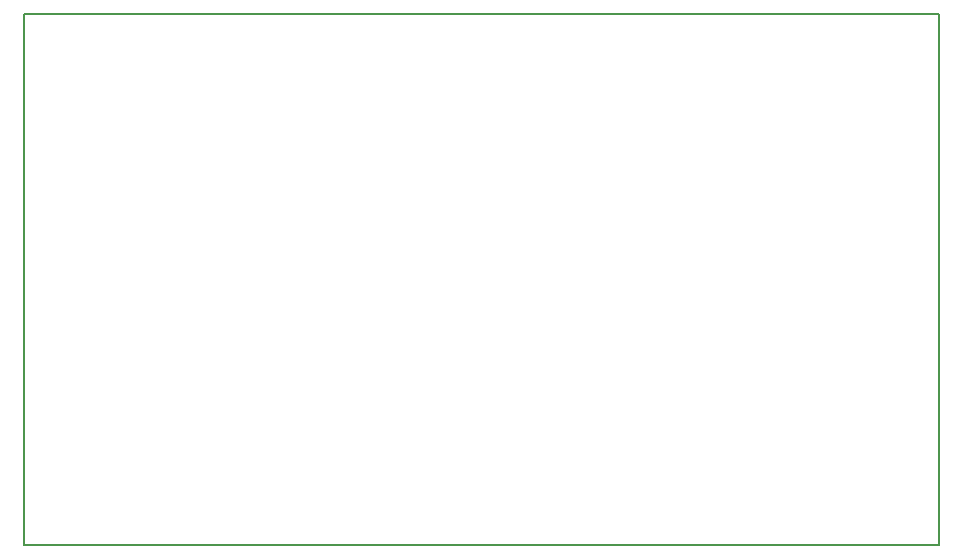
<source format=gbr>
%TF.GenerationSoftware,KiCad,Pcbnew,9.0.2*%
%TF.CreationDate,2025-06-29T15:05:13-04:00*%
%TF.ProjectId,Kicadproject1,4b696361-6470-4726-9f6a-656374312e6b,rev?*%
%TF.SameCoordinates,Original*%
%TF.FileFunction,Profile,NP*%
%FSLAX46Y46*%
G04 Gerber Fmt 4.6, Leading zero omitted, Abs format (unit mm)*
G04 Created by KiCad (PCBNEW 9.0.2) date 2025-06-29 15:05:13*
%MOMM*%
%LPD*%
G01*
G04 APERTURE LIST*
%TA.AperFunction,Profile*%
%ADD10C,0.200000*%
%TD*%
G04 APERTURE END LIST*
D10*
X53750000Y-59000000D02*
X131250000Y-59000000D01*
X131250000Y-104000000D01*
X53750000Y-104000000D01*
X53750000Y-59000000D01*
M02*

</source>
